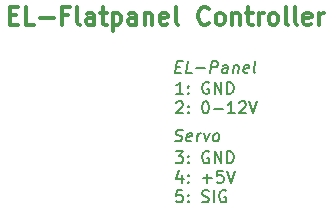
<source format=gto>
G04 #@! TF.GenerationSoftware,KiCad,Pcbnew,(5.1.10)-1*
G04 #@! TF.CreationDate,2022-01-19T22:36:39+01:00*
G04 #@! TF.ProjectId,ELPanelFront,454c5061-6e65-46c4-9672-6f6e742e6b69,3.0*
G04 #@! TF.SameCoordinates,Original*
G04 #@! TF.FileFunction,Legend,Top*
G04 #@! TF.FilePolarity,Positive*
%FSLAX46Y46*%
G04 Gerber Fmt 4.6, Leading zero omitted, Abs format (unit mm)*
G04 Created by KiCad (PCBNEW (5.1.10)-1) date 2022-01-19 22:36:39*
%MOMM*%
%LPD*%
G01*
G04 APERTURE LIST*
%ADD10C,0.150000*%
%ADD11C,0.300000*%
%ADD12C,2.200000*%
G04 APERTURE END LIST*
D10*
X150871443Y-109004761D02*
X151008348Y-109052380D01*
X151246443Y-109052380D01*
X151347633Y-109004761D01*
X151401205Y-108957142D01*
X151460729Y-108861904D01*
X151472633Y-108766666D01*
X151436919Y-108671428D01*
X151395252Y-108623809D01*
X151305967Y-108576190D01*
X151121443Y-108528571D01*
X151032157Y-108480952D01*
X150990491Y-108433333D01*
X150954776Y-108338095D01*
X150966681Y-108242857D01*
X151026205Y-108147619D01*
X151079776Y-108100000D01*
X151180967Y-108052380D01*
X151419062Y-108052380D01*
X151555967Y-108100000D01*
X152252395Y-109004761D02*
X152151205Y-109052380D01*
X151960729Y-109052380D01*
X151871443Y-109004761D01*
X151835729Y-108909523D01*
X151883348Y-108528571D01*
X151942871Y-108433333D01*
X152044062Y-108385714D01*
X152234538Y-108385714D01*
X152323824Y-108433333D01*
X152359538Y-108528571D01*
X152347633Y-108623809D01*
X151859538Y-108719047D01*
X152722633Y-109052380D02*
X152805967Y-108385714D01*
X152782157Y-108576190D02*
X152841681Y-108480952D01*
X152895252Y-108433333D01*
X152996443Y-108385714D01*
X153091681Y-108385714D01*
X153329776Y-108385714D02*
X153484538Y-109052380D01*
X153805967Y-108385714D01*
X154246443Y-109052380D02*
X154157157Y-109004761D01*
X154115491Y-108957142D01*
X154079776Y-108861904D01*
X154115491Y-108576190D01*
X154175014Y-108480952D01*
X154228586Y-108433333D01*
X154329776Y-108385714D01*
X154472633Y-108385714D01*
X154561919Y-108433333D01*
X154603586Y-108480952D01*
X154639300Y-108576190D01*
X154603586Y-108861904D01*
X154544062Y-108957142D01*
X154490491Y-109004761D01*
X154389300Y-109052380D01*
X154246443Y-109052380D01*
X150978585Y-102728571D02*
X151311919Y-102728571D01*
X151389300Y-103252380D02*
X150913109Y-103252380D01*
X151038109Y-102252380D01*
X151514300Y-102252380D01*
X152294061Y-103252380D02*
X151817871Y-103252380D01*
X151942871Y-102252380D01*
X152675014Y-102871428D02*
X153436919Y-102871428D01*
X153865490Y-103252380D02*
X153990490Y-102252380D01*
X154371442Y-102252380D01*
X154460728Y-102300000D01*
X154502395Y-102347619D01*
X154538109Y-102442857D01*
X154520252Y-102585714D01*
X154460728Y-102680952D01*
X154407157Y-102728571D01*
X154305966Y-102776190D01*
X153925014Y-102776190D01*
X155294061Y-103252380D02*
X155359538Y-102728571D01*
X155323823Y-102633333D01*
X155234538Y-102585714D01*
X155044061Y-102585714D01*
X154942871Y-102633333D01*
X155300014Y-103204761D02*
X155198823Y-103252380D01*
X154960728Y-103252380D01*
X154871442Y-103204761D01*
X154835728Y-103109523D01*
X154847633Y-103014285D01*
X154907157Y-102919047D01*
X155008347Y-102871428D01*
X155246442Y-102871428D01*
X155347633Y-102823809D01*
X155853585Y-102585714D02*
X155770252Y-103252380D01*
X155841680Y-102680952D02*
X155895252Y-102633333D01*
X155996442Y-102585714D01*
X156139300Y-102585714D01*
X156228585Y-102633333D01*
X156264300Y-102728571D01*
X156198823Y-103252380D01*
X157061919Y-103204761D02*
X156960728Y-103252380D01*
X156770252Y-103252380D01*
X156680966Y-103204761D01*
X156645252Y-103109523D01*
X156692871Y-102728571D01*
X156752395Y-102633333D01*
X156853585Y-102585714D01*
X157044061Y-102585714D01*
X157133347Y-102633333D01*
X157169061Y-102728571D01*
X157157157Y-102823809D01*
X156669061Y-102919047D01*
X157675014Y-103252380D02*
X157585728Y-103204761D01*
X157550014Y-103109523D01*
X157657157Y-102252380D01*
X150940357Y-109902380D02*
X151559404Y-109902380D01*
X151226071Y-110283333D01*
X151368928Y-110283333D01*
X151464166Y-110330952D01*
X151511785Y-110378571D01*
X151559404Y-110473809D01*
X151559404Y-110711904D01*
X151511785Y-110807142D01*
X151464166Y-110854761D01*
X151368928Y-110902380D01*
X151083214Y-110902380D01*
X150987976Y-110854761D01*
X150940357Y-110807142D01*
X151987976Y-110807142D02*
X152035595Y-110854761D01*
X151987976Y-110902380D01*
X151940357Y-110854761D01*
X151987976Y-110807142D01*
X151987976Y-110902380D01*
X151987976Y-110283333D02*
X152035595Y-110330952D01*
X151987976Y-110378571D01*
X151940357Y-110330952D01*
X151987976Y-110283333D01*
X151987976Y-110378571D01*
X153749880Y-109950000D02*
X153654642Y-109902380D01*
X153511785Y-109902380D01*
X153368928Y-109950000D01*
X153273690Y-110045238D01*
X153226071Y-110140476D01*
X153178452Y-110330952D01*
X153178452Y-110473809D01*
X153226071Y-110664285D01*
X153273690Y-110759523D01*
X153368928Y-110854761D01*
X153511785Y-110902380D01*
X153607023Y-110902380D01*
X153749880Y-110854761D01*
X153797500Y-110807142D01*
X153797500Y-110473809D01*
X153607023Y-110473809D01*
X154226071Y-110902380D02*
X154226071Y-109902380D01*
X154797500Y-110902380D01*
X154797500Y-109902380D01*
X155273690Y-110902380D02*
X155273690Y-109902380D01*
X155511785Y-109902380D01*
X155654642Y-109950000D01*
X155749880Y-110045238D01*
X155797500Y-110140476D01*
X155845119Y-110330952D01*
X155845119Y-110473809D01*
X155797500Y-110664285D01*
X155749880Y-110759523D01*
X155654642Y-110854761D01*
X155511785Y-110902380D01*
X155273690Y-110902380D01*
X151464166Y-111885714D02*
X151464166Y-112552380D01*
X151226071Y-111504761D02*
X150987976Y-112219047D01*
X151607023Y-112219047D01*
X151987976Y-112457142D02*
X152035595Y-112504761D01*
X151987976Y-112552380D01*
X151940357Y-112504761D01*
X151987976Y-112457142D01*
X151987976Y-112552380D01*
X151987976Y-111933333D02*
X152035595Y-111980952D01*
X151987976Y-112028571D01*
X151940357Y-111980952D01*
X151987976Y-111933333D01*
X151987976Y-112028571D01*
X153226071Y-112171428D02*
X153987976Y-112171428D01*
X153607023Y-112552380D02*
X153607023Y-111790476D01*
X154940357Y-111552380D02*
X154464166Y-111552380D01*
X154416547Y-112028571D01*
X154464166Y-111980952D01*
X154559404Y-111933333D01*
X154797500Y-111933333D01*
X154892738Y-111980952D01*
X154940357Y-112028571D01*
X154987976Y-112123809D01*
X154987976Y-112361904D01*
X154940357Y-112457142D01*
X154892738Y-112504761D01*
X154797500Y-112552380D01*
X154559404Y-112552380D01*
X154464166Y-112504761D01*
X154416547Y-112457142D01*
X155273690Y-111552380D02*
X155607023Y-112552380D01*
X155940357Y-111552380D01*
X151511785Y-113202380D02*
X151035595Y-113202380D01*
X150987976Y-113678571D01*
X151035595Y-113630952D01*
X151130833Y-113583333D01*
X151368928Y-113583333D01*
X151464166Y-113630952D01*
X151511785Y-113678571D01*
X151559404Y-113773809D01*
X151559404Y-114011904D01*
X151511785Y-114107142D01*
X151464166Y-114154761D01*
X151368928Y-114202380D01*
X151130833Y-114202380D01*
X151035595Y-114154761D01*
X150987976Y-114107142D01*
X151987976Y-114107142D02*
X152035595Y-114154761D01*
X151987976Y-114202380D01*
X151940357Y-114154761D01*
X151987976Y-114107142D01*
X151987976Y-114202380D01*
X151987976Y-113583333D02*
X152035595Y-113630952D01*
X151987976Y-113678571D01*
X151940357Y-113630952D01*
X151987976Y-113583333D01*
X151987976Y-113678571D01*
X153178452Y-114154761D02*
X153321309Y-114202380D01*
X153559404Y-114202380D01*
X153654642Y-114154761D01*
X153702261Y-114107142D01*
X153749880Y-114011904D01*
X153749880Y-113916666D01*
X153702261Y-113821428D01*
X153654642Y-113773809D01*
X153559404Y-113726190D01*
X153368928Y-113678571D01*
X153273690Y-113630952D01*
X153226071Y-113583333D01*
X153178452Y-113488095D01*
X153178452Y-113392857D01*
X153226071Y-113297619D01*
X153273690Y-113250000D01*
X153368928Y-113202380D01*
X153607023Y-113202380D01*
X153749880Y-113250000D01*
X154178452Y-114202380D02*
X154178452Y-113202380D01*
X155178452Y-113250000D02*
X155083214Y-113202380D01*
X154940357Y-113202380D01*
X154797500Y-113250000D01*
X154702261Y-113345238D01*
X154654642Y-113440476D01*
X154607023Y-113630952D01*
X154607023Y-113773809D01*
X154654642Y-113964285D01*
X154702261Y-114059523D01*
X154797500Y-114154761D01*
X154940357Y-114202380D01*
X155035595Y-114202380D01*
X155178452Y-114154761D01*
X155226071Y-114107142D01*
X155226071Y-113773809D01*
X155035595Y-113773809D01*
X151559404Y-105027380D02*
X150987976Y-105027380D01*
X151273690Y-105027380D02*
X151273690Y-104027380D01*
X151178452Y-104170238D01*
X151083214Y-104265476D01*
X150987976Y-104313095D01*
X151987976Y-104932142D02*
X152035595Y-104979761D01*
X151987976Y-105027380D01*
X151940357Y-104979761D01*
X151987976Y-104932142D01*
X151987976Y-105027380D01*
X151987976Y-104408333D02*
X152035595Y-104455952D01*
X151987976Y-104503571D01*
X151940357Y-104455952D01*
X151987976Y-104408333D01*
X151987976Y-104503571D01*
X153749880Y-104075000D02*
X153654642Y-104027380D01*
X153511785Y-104027380D01*
X153368928Y-104075000D01*
X153273690Y-104170238D01*
X153226071Y-104265476D01*
X153178452Y-104455952D01*
X153178452Y-104598809D01*
X153226071Y-104789285D01*
X153273690Y-104884523D01*
X153368928Y-104979761D01*
X153511785Y-105027380D01*
X153607023Y-105027380D01*
X153749880Y-104979761D01*
X153797500Y-104932142D01*
X153797500Y-104598809D01*
X153607023Y-104598809D01*
X154226071Y-105027380D02*
X154226071Y-104027380D01*
X154797500Y-105027380D01*
X154797500Y-104027380D01*
X155273690Y-105027380D02*
X155273690Y-104027380D01*
X155511785Y-104027380D01*
X155654642Y-104075000D01*
X155749880Y-104170238D01*
X155797500Y-104265476D01*
X155845119Y-104455952D01*
X155845119Y-104598809D01*
X155797500Y-104789285D01*
X155749880Y-104884523D01*
X155654642Y-104979761D01*
X155511785Y-105027380D01*
X155273690Y-105027380D01*
X150987976Y-105772619D02*
X151035595Y-105725000D01*
X151130833Y-105677380D01*
X151368928Y-105677380D01*
X151464166Y-105725000D01*
X151511785Y-105772619D01*
X151559404Y-105867857D01*
X151559404Y-105963095D01*
X151511785Y-106105952D01*
X150940357Y-106677380D01*
X151559404Y-106677380D01*
X151987976Y-106582142D02*
X152035595Y-106629761D01*
X151987976Y-106677380D01*
X151940357Y-106629761D01*
X151987976Y-106582142D01*
X151987976Y-106677380D01*
X151987976Y-106058333D02*
X152035595Y-106105952D01*
X151987976Y-106153571D01*
X151940357Y-106105952D01*
X151987976Y-106058333D01*
X151987976Y-106153571D01*
X153416547Y-105677380D02*
X153511785Y-105677380D01*
X153607023Y-105725000D01*
X153654642Y-105772619D01*
X153702261Y-105867857D01*
X153749880Y-106058333D01*
X153749880Y-106296428D01*
X153702261Y-106486904D01*
X153654642Y-106582142D01*
X153607023Y-106629761D01*
X153511785Y-106677380D01*
X153416547Y-106677380D01*
X153321309Y-106629761D01*
X153273690Y-106582142D01*
X153226071Y-106486904D01*
X153178452Y-106296428D01*
X153178452Y-106058333D01*
X153226071Y-105867857D01*
X153273690Y-105772619D01*
X153321309Y-105725000D01*
X153416547Y-105677380D01*
X154178452Y-106296428D02*
X154940357Y-106296428D01*
X155940357Y-106677380D02*
X155368928Y-106677380D01*
X155654642Y-106677380D02*
X155654642Y-105677380D01*
X155559404Y-105820238D01*
X155464166Y-105915476D01*
X155368928Y-105963095D01*
X156321309Y-105772619D02*
X156368928Y-105725000D01*
X156464166Y-105677380D01*
X156702261Y-105677380D01*
X156797500Y-105725000D01*
X156845119Y-105772619D01*
X156892738Y-105867857D01*
X156892738Y-105963095D01*
X156845119Y-106105952D01*
X156273690Y-106677380D01*
X156892738Y-106677380D01*
X157178452Y-105677380D02*
X157511785Y-106677380D01*
X157845119Y-105677380D01*
D11*
X136885714Y-98392857D02*
X137385714Y-98392857D01*
X137600000Y-99178571D02*
X136885714Y-99178571D01*
X136885714Y-97678571D01*
X137600000Y-97678571D01*
X138957142Y-99178571D02*
X138242857Y-99178571D01*
X138242857Y-97678571D01*
X139457142Y-98607142D02*
X140600000Y-98607142D01*
X141814285Y-98392857D02*
X141314285Y-98392857D01*
X141314285Y-99178571D02*
X141314285Y-97678571D01*
X142028571Y-97678571D01*
X142814285Y-99178571D02*
X142671428Y-99107142D01*
X142600000Y-98964285D01*
X142600000Y-97678571D01*
X144028571Y-99178571D02*
X144028571Y-98392857D01*
X143957142Y-98250000D01*
X143814285Y-98178571D01*
X143528571Y-98178571D01*
X143385714Y-98250000D01*
X144028571Y-99107142D02*
X143885714Y-99178571D01*
X143528571Y-99178571D01*
X143385714Y-99107142D01*
X143314285Y-98964285D01*
X143314285Y-98821428D01*
X143385714Y-98678571D01*
X143528571Y-98607142D01*
X143885714Y-98607142D01*
X144028571Y-98535714D01*
X144528571Y-98178571D02*
X145100000Y-98178571D01*
X144742857Y-97678571D02*
X144742857Y-98964285D01*
X144814285Y-99107142D01*
X144957142Y-99178571D01*
X145100000Y-99178571D01*
X145600000Y-98178571D02*
X145600000Y-99678571D01*
X145600000Y-98250000D02*
X145742857Y-98178571D01*
X146028571Y-98178571D01*
X146171428Y-98250000D01*
X146242857Y-98321428D01*
X146314285Y-98464285D01*
X146314285Y-98892857D01*
X146242857Y-99035714D01*
X146171428Y-99107142D01*
X146028571Y-99178571D01*
X145742857Y-99178571D01*
X145600000Y-99107142D01*
X147600000Y-99178571D02*
X147600000Y-98392857D01*
X147528571Y-98250000D01*
X147385714Y-98178571D01*
X147100000Y-98178571D01*
X146957142Y-98250000D01*
X147600000Y-99107142D02*
X147457142Y-99178571D01*
X147100000Y-99178571D01*
X146957142Y-99107142D01*
X146885714Y-98964285D01*
X146885714Y-98821428D01*
X146957142Y-98678571D01*
X147100000Y-98607142D01*
X147457142Y-98607142D01*
X147600000Y-98535714D01*
X148314285Y-98178571D02*
X148314285Y-99178571D01*
X148314285Y-98321428D02*
X148385714Y-98250000D01*
X148528571Y-98178571D01*
X148742857Y-98178571D01*
X148885714Y-98250000D01*
X148957142Y-98392857D01*
X148957142Y-99178571D01*
X150242857Y-99107142D02*
X150100000Y-99178571D01*
X149814285Y-99178571D01*
X149671428Y-99107142D01*
X149600000Y-98964285D01*
X149600000Y-98392857D01*
X149671428Y-98250000D01*
X149814285Y-98178571D01*
X150100000Y-98178571D01*
X150242857Y-98250000D01*
X150314285Y-98392857D01*
X150314285Y-98535714D01*
X149600000Y-98678571D01*
X151171428Y-99178571D02*
X151028571Y-99107142D01*
X150957142Y-98964285D01*
X150957142Y-97678571D01*
X153742857Y-99035714D02*
X153671428Y-99107142D01*
X153457142Y-99178571D01*
X153314285Y-99178571D01*
X153100000Y-99107142D01*
X152957142Y-98964285D01*
X152885714Y-98821428D01*
X152814285Y-98535714D01*
X152814285Y-98321428D01*
X152885714Y-98035714D01*
X152957142Y-97892857D01*
X153100000Y-97750000D01*
X153314285Y-97678571D01*
X153457142Y-97678571D01*
X153671428Y-97750000D01*
X153742857Y-97821428D01*
X154600000Y-99178571D02*
X154457142Y-99107142D01*
X154385714Y-99035714D01*
X154314285Y-98892857D01*
X154314285Y-98464285D01*
X154385714Y-98321428D01*
X154457142Y-98250000D01*
X154600000Y-98178571D01*
X154814285Y-98178571D01*
X154957142Y-98250000D01*
X155028571Y-98321428D01*
X155100000Y-98464285D01*
X155100000Y-98892857D01*
X155028571Y-99035714D01*
X154957142Y-99107142D01*
X154814285Y-99178571D01*
X154600000Y-99178571D01*
X155742857Y-98178571D02*
X155742857Y-99178571D01*
X155742857Y-98321428D02*
X155814285Y-98250000D01*
X155957142Y-98178571D01*
X156171428Y-98178571D01*
X156314285Y-98250000D01*
X156385714Y-98392857D01*
X156385714Y-99178571D01*
X156885714Y-98178571D02*
X157457142Y-98178571D01*
X157100000Y-97678571D02*
X157100000Y-98964285D01*
X157171428Y-99107142D01*
X157314285Y-99178571D01*
X157457142Y-99178571D01*
X157957142Y-99178571D02*
X157957142Y-98178571D01*
X157957142Y-98464285D02*
X158028571Y-98321428D01*
X158100000Y-98250000D01*
X158242857Y-98178571D01*
X158385714Y-98178571D01*
X159100000Y-99178571D02*
X158957142Y-99107142D01*
X158885714Y-99035714D01*
X158814285Y-98892857D01*
X158814285Y-98464285D01*
X158885714Y-98321428D01*
X158957142Y-98250000D01*
X159100000Y-98178571D01*
X159314285Y-98178571D01*
X159457142Y-98250000D01*
X159528571Y-98321428D01*
X159600000Y-98464285D01*
X159600000Y-98892857D01*
X159528571Y-99035714D01*
X159457142Y-99107142D01*
X159314285Y-99178571D01*
X159100000Y-99178571D01*
X160457142Y-99178571D02*
X160314285Y-99107142D01*
X160242857Y-98964285D01*
X160242857Y-97678571D01*
X161242857Y-99178571D02*
X161100000Y-99107142D01*
X161028571Y-98964285D01*
X161028571Y-97678571D01*
X162385714Y-99107142D02*
X162242857Y-99178571D01*
X161957142Y-99178571D01*
X161814285Y-99107142D01*
X161742857Y-98964285D01*
X161742857Y-98392857D01*
X161814285Y-98250000D01*
X161957142Y-98178571D01*
X162242857Y-98178571D01*
X162385714Y-98250000D01*
X162457142Y-98392857D01*
X162457142Y-98535714D01*
X161742857Y-98678571D01*
X163100000Y-99178571D02*
X163100000Y-98178571D01*
X163100000Y-98464285D02*
X163171428Y-98321428D01*
X163242857Y-98250000D01*
X163385714Y-98178571D01*
X163528571Y-98178571D01*
%LPC*%
D12*
X133250000Y-113550000D03*
X178350000Y-113550000D03*
X178350000Y-98650000D03*
X133250000Y-98650000D03*
M02*

</source>
